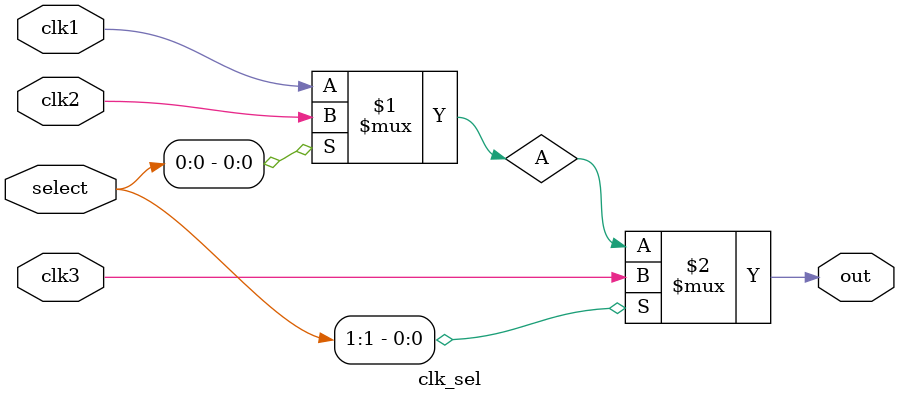
<source format=v>
`timescale 1ns / 1ps
module clk_sel(clk1, clk2, clk3 ,  select, out);

// define input  port
input clk1, clk2, clk3;
input [1:0]select;

// define the output port
output out;

wire A;

// assign one of the inputs to the output based upon select line input
assign A = select[0] ? clk2 : clk1;
assign out = select[1] ? clk3 : A;
endmodule 

</source>
